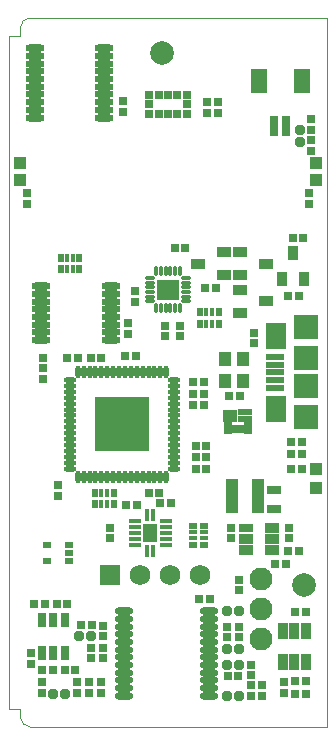
<source format=gbs>
G04*
G04 #@! TF.GenerationSoftware,Altium Limited,Altium Designer,21.0.8 (223)*
G04*
G04 Layer_Color=16711935*
%FSLAX44Y44*%
%MOMM*%
G71*
G04*
G04 #@! TF.SameCoordinates,BC6D3639-D4A0-4107-B96B-A8576DDDF865*
G04*
G04*
G04 #@! TF.FilePolarity,Negative*
G04*
G01*
G75*
%ADD13C,0.1000*%
%ADD37C,2.0000*%
%ADD38R,0.7532X0.7532*%
%ADD39R,1.0032X1.0032*%
%ADD41R,0.7532X0.7532*%
%ADD42R,0.5532X0.6532*%
%ADD43R,0.4532X0.6532*%
%ADD44R,1.1532X0.7532*%
%ADD45R,1.4032X2.0032*%
%ADD46R,0.8032X1.7532*%
%ADD48R,1.2632X0.8532*%
%ADD49R,1.2632X0.8032*%
%ADD50R,1.0032X2.9032*%
%ADD51R,0.7032X0.7032*%
%ADD52C,1.9532*%
%ADD53R,1.7272X1.7272*%
%ADD54C,1.7272*%
G04:AMPARAMS|DCode=105|XSize=0.8032mm|YSize=0.8532mm|CornerRadius=0.1766mm|HoleSize=0mm|Usage=FLASHONLY|Rotation=270.000|XOffset=0mm|YOffset=0mm|HoleType=Round|Shape=RoundedRectangle|*
%AMROUNDEDRECTD105*
21,1,0.8032,0.5000,0,0,270.0*
21,1,0.4500,0.8532,0,0,270.0*
1,1,0.3532,-0.2500,-0.2250*
1,1,0.3532,-0.2500,0.2250*
1,1,0.3532,0.2500,0.2250*
1,1,0.3532,0.2500,-0.2250*
%
%ADD105ROUNDEDRECTD105*%
%ADD106R,1.9032X1.7432*%
%ADD107O,0.4032X0.8032*%
%ADD108O,0.8032X0.4032*%
G04:AMPARAMS|DCode=109|XSize=0.8032mm|YSize=0.8532mm|CornerRadius=0.1766mm|HoleSize=0mm|Usage=FLASHONLY|Rotation=180.000|XOffset=0mm|YOffset=0mm|HoleType=Round|Shape=RoundedRectangle|*
%AMROUNDEDRECTD109*
21,1,0.8032,0.5000,0,0,180.0*
21,1,0.4500,0.8532,0,0,180.0*
1,1,0.3532,-0.2250,0.2500*
1,1,0.3532,0.2250,0.2500*
1,1,0.3532,0.2250,-0.2500*
1,1,0.3532,-0.2250,-0.2500*
%
%ADD109ROUNDEDRECTD109*%
%ADD110O,1.6032X0.6032*%
%ADD111O,1.6032X0.6532*%
%ADD112R,0.8532X1.2632*%
%ADD113R,0.4432X1.1032*%
%ADD114R,1.1032X0.4432*%
%ADD115R,1.2032X1.6032*%
%ADD116R,1.0032X0.7432*%
%ADD117R,0.8032X0.5032*%
%ADD118R,1.2032X0.5032*%
%ADD119R,1.2032X0.6032*%
%ADD120R,1.8032X2.3032*%
%ADD121R,1.5532X0.6032*%
%ADD122R,2.1032X2.0032*%
%ADD123R,2.1032X2.1032*%
%ADD124R,0.8032X1.2532*%
%ADD125R,0.8232X1.4232*%
%ADD126R,0.7032X0.6032*%
%ADD127O,1.0532X0.4532*%
%ADD128O,0.4532X1.0532*%
%ADD129R,4.5532X4.5532*%
%ADD130R,1.1032X1.2032*%
%ADD131R,0.6532X0.4532*%
%ADD132R,0.6532X0.5532*%
D13*
X10000Y8000D02*
G03*
X18000Y0I8000J0D01*
G01*
Y600000D02*
G03*
X10000Y592000I0J-8000D01*
G01*
Y8000D02*
Y15000D01*
X18000Y-0D02*
X270000Y0D01*
X10000Y585000D02*
Y592000D01*
X18000Y600000D02*
X270000D01*
X-0Y585000D02*
X-0Y15000D01*
X0Y585000D02*
X10000D01*
X0Y15000D02*
X10000D01*
X270000Y0D02*
Y330000D01*
Y600000D01*
D37*
X250000Y120000D02*
D03*
X130000Y570000D02*
D03*
D38*
X80000Y85500D02*
D03*
Y76500D02*
D03*
X28000Y37500D02*
D03*
Y28500D02*
D03*
X58000Y37500D02*
D03*
Y28500D02*
D03*
X195000Y124500D02*
D03*
Y115500D02*
D03*
X185000Y84500D02*
D03*
Y75500D02*
D03*
X195000Y84500D02*
D03*
Y75500D02*
D03*
X205000Y43500D02*
D03*
Y52500D02*
D03*
X256000Y487500D02*
D03*
Y496500D02*
D03*
Y514500D02*
D03*
Y505500D02*
D03*
X16000Y442500D02*
D03*
Y451500D02*
D03*
X254000Y442500D02*
D03*
Y451500D02*
D03*
X42000Y195500D02*
D03*
Y204500D02*
D03*
X68000Y37500D02*
D03*
Y28500D02*
D03*
X78000Y37500D02*
D03*
Y28500D02*
D03*
X80000Y58000D02*
D03*
Y67000D02*
D03*
X70000Y58000D02*
D03*
Y67000D02*
D03*
X233000Y28500D02*
D03*
Y37500D02*
D03*
X107000Y368500D02*
D03*
Y359500D02*
D03*
X132000Y339500D02*
D03*
Y330500D02*
D03*
X145000Y339500D02*
D03*
Y330500D02*
D03*
X29000Y294500D02*
D03*
X29000Y303500D02*
D03*
Y312500D02*
D03*
X101000Y332500D02*
D03*
Y341500D02*
D03*
X19060Y53160D02*
D03*
Y62160D02*
D03*
X86000Y159500D02*
D03*
Y168500D02*
D03*
X97000Y529500D02*
D03*
Y520500D02*
D03*
X168000Y528500D02*
D03*
Y519500D02*
D03*
X177000Y528500D02*
D03*
Y519500D02*
D03*
X188000Y159500D02*
D03*
Y168500D02*
D03*
X237000Y168500D02*
D03*
Y159500D02*
D03*
X208000Y324500D02*
D03*
Y333500D02*
D03*
D39*
X260000Y477500D02*
D03*
Y462500D02*
D03*
X10000Y477500D02*
D03*
Y462500D02*
D03*
X260000Y201750D02*
D03*
Y218250D02*
D03*
D41*
X70500Y86000D02*
D03*
X61500D02*
D03*
X161500Y108000D02*
D03*
X170500D02*
D03*
X194500Y43000D02*
D03*
X185500D02*
D03*
X214500Y35000D02*
D03*
X205500D02*
D03*
X214500Y26000D02*
D03*
X205500D02*
D03*
X149500Y405000D02*
D03*
X140500D02*
D03*
X175500Y371000D02*
D03*
X166500D02*
D03*
X245500Y365000D02*
D03*
X236500D02*
D03*
X249500Y414000D02*
D03*
X240500D02*
D03*
X49500Y312000D02*
D03*
X58500D02*
D03*
X78500D02*
D03*
X69500D02*
D03*
X128500Y189000D02*
D03*
X137500D02*
D03*
X108500Y188000D02*
D03*
X99500D02*
D03*
X118500Y198000D02*
D03*
X127500D02*
D03*
X239500Y231000D02*
D03*
X248500D02*
D03*
X239500Y241000D02*
D03*
X248500D02*
D03*
X248500Y218000D02*
D03*
X239500D02*
D03*
X28500Y48000D02*
D03*
X37500D02*
D03*
X56500D02*
D03*
X47500D02*
D03*
X21560Y103660D02*
D03*
X30560D02*
D03*
X40560D02*
D03*
X49560D02*
D03*
X251500Y28000D02*
D03*
X242500D02*
D03*
X242500Y39000D02*
D03*
X251500D02*
D03*
X251500Y97000D02*
D03*
X242500D02*
D03*
X98500Y314000D02*
D03*
X107500D02*
D03*
X156500Y272000D02*
D03*
X165500D02*
D03*
X167500Y218000D02*
D03*
X158500D02*
D03*
X165500Y282000D02*
D03*
X156500D02*
D03*
X156500Y292000D02*
D03*
X165500D02*
D03*
X167500Y238000D02*
D03*
X158500D02*
D03*
X158500Y228000D02*
D03*
X167500D02*
D03*
X236500Y149000D02*
D03*
X245500D02*
D03*
X234500Y138000D02*
D03*
X225500D02*
D03*
X186500Y280000D02*
D03*
X195500D02*
D03*
D42*
X44000Y396750D02*
D03*
Y387250D02*
D03*
X60000Y396750D02*
D03*
Y387250D02*
D03*
X162000Y350750D02*
D03*
Y341250D02*
D03*
X178000Y350750D02*
D03*
Y341250D02*
D03*
X89000Y188250D02*
D03*
Y197750D02*
D03*
X73000Y188250D02*
D03*
Y197750D02*
D03*
D43*
X49500Y387250D02*
D03*
Y396750D02*
D03*
X54500D02*
D03*
Y387250D02*
D03*
X167500Y341250D02*
D03*
Y350750D02*
D03*
X172500D02*
D03*
Y341250D02*
D03*
X83500Y197750D02*
D03*
Y188250D02*
D03*
X78500D02*
D03*
Y197750D02*
D03*
D44*
X225000Y184500D02*
D03*
Y200500D02*
D03*
D45*
X248000Y547000D02*
D03*
X212000D02*
D03*
D46*
X235000Y508250D02*
D03*
X225000D02*
D03*
D48*
X196000Y350500D02*
D03*
Y369500D02*
D03*
X218000Y360000D02*
D03*
X196000Y382500D02*
D03*
Y401500D02*
D03*
X218000Y392000D02*
D03*
X182000Y401500D02*
D03*
Y382500D02*
D03*
X160000Y392000D02*
D03*
X223200Y168579D02*
D03*
Y149579D02*
D03*
X201200D02*
D03*
Y159079D02*
D03*
X223200D02*
D03*
D49*
X201200Y168579D02*
D03*
D50*
X211000Y195000D02*
D03*
X189000D02*
D03*
D51*
X151000Y535000D02*
D03*
X143000D02*
D03*
X119000D02*
D03*
X127000D02*
D03*
X135000D02*
D03*
Y519000D02*
D03*
X127000D02*
D03*
X119000D02*
D03*
X143000D02*
D03*
X151000D02*
D03*
Y527000D02*
D03*
X119000D02*
D03*
D52*
X213310Y74100D02*
D03*
Y124900D02*
D03*
Y99500D02*
D03*
D53*
X85900Y128000D02*
D03*
D54*
X111300D02*
D03*
X136700D02*
D03*
X162100D02*
D03*
D105*
X70000Y77000D02*
D03*
X60000D02*
D03*
X48000Y28000D02*
D03*
X38000D02*
D03*
X195000Y98000D02*
D03*
X185000D02*
D03*
X195000Y66000D02*
D03*
X185000D02*
D03*
X195000Y52000D02*
D03*
X185000D02*
D03*
X195000Y26000D02*
D03*
X185000D02*
D03*
D106*
X135000Y370000D02*
D03*
D107*
X145000Y385500D02*
D03*
X141000D02*
D03*
X137000D02*
D03*
X133000D02*
D03*
X129000D02*
D03*
X125000D02*
D03*
Y354500D02*
D03*
X129000D02*
D03*
X133000D02*
D03*
X137000D02*
D03*
X141000D02*
D03*
X145000D02*
D03*
D108*
X119500Y380000D02*
D03*
Y376000D02*
D03*
Y372000D02*
D03*
Y368000D02*
D03*
Y364000D02*
D03*
Y360000D02*
D03*
X150500D02*
D03*
Y364000D02*
D03*
Y368000D02*
D03*
Y372000D02*
D03*
Y376000D02*
D03*
Y380000D02*
D03*
D109*
X247000Y495000D02*
D03*
Y505000D02*
D03*
D110*
X98000Y26250D02*
D03*
Y32750D02*
D03*
Y39250D02*
D03*
Y45750D02*
D03*
Y52250D02*
D03*
Y58750D02*
D03*
Y65250D02*
D03*
Y71750D02*
D03*
Y78250D02*
D03*
Y84750D02*
D03*
Y91250D02*
D03*
Y97750D02*
D03*
X170000Y26250D02*
D03*
Y32750D02*
D03*
Y39250D02*
D03*
Y45750D02*
D03*
Y52250D02*
D03*
Y58750D02*
D03*
Y65250D02*
D03*
Y71750D02*
D03*
Y78250D02*
D03*
Y84750D02*
D03*
Y91250D02*
D03*
Y97750D02*
D03*
D111*
X86500Y372750D02*
D03*
Y366250D02*
D03*
Y359750D02*
D03*
Y353250D02*
D03*
Y346750D02*
D03*
Y340250D02*
D03*
Y333750D02*
D03*
Y327250D02*
D03*
X27500Y372750D02*
D03*
Y366250D02*
D03*
Y359750D02*
D03*
Y353250D02*
D03*
Y346750D02*
D03*
Y340250D02*
D03*
Y333750D02*
D03*
Y327250D02*
D03*
X81000Y574250D02*
D03*
Y567750D02*
D03*
Y561250D02*
D03*
Y554750D02*
D03*
Y548250D02*
D03*
Y541750D02*
D03*
Y535250D02*
D03*
Y528750D02*
D03*
Y522250D02*
D03*
Y515750D02*
D03*
X22000Y574250D02*
D03*
Y567750D02*
D03*
Y561250D02*
D03*
Y554750D02*
D03*
Y548250D02*
D03*
Y541750D02*
D03*
Y535250D02*
D03*
Y528750D02*
D03*
Y522250D02*
D03*
Y515750D02*
D03*
D112*
X250500Y379000D02*
D03*
X231500D02*
D03*
X241000Y401000D02*
D03*
D113*
X122500Y148500D02*
D03*
X117500D02*
D03*
X122500Y179500D02*
D03*
X117500D02*
D03*
D114*
X107000Y174000D02*
D03*
Y169000D02*
D03*
Y159000D02*
D03*
Y154000D02*
D03*
X133000D02*
D03*
Y159000D02*
D03*
Y174000D02*
D03*
Y169000D02*
D03*
Y164000D02*
D03*
X107000D02*
D03*
D115*
X120000D02*
D03*
D116*
X194000Y251700D02*
D03*
D117*
X202500Y250500D02*
D03*
Y255500D02*
D03*
X185500Y250500D02*
D03*
Y255500D02*
D03*
D118*
X200500Y260500D02*
D03*
X187500Y265500D02*
D03*
Y260500D02*
D03*
D119*
X200500Y266000D02*
D03*
D120*
X226500Y269000D02*
D03*
Y331000D02*
D03*
D121*
X225250Y287000D02*
D03*
Y293500D02*
D03*
Y313000D02*
D03*
Y306500D02*
D03*
Y300000D02*
D03*
D122*
X252000Y338000D02*
D03*
Y262000D02*
D03*
D123*
Y312000D02*
D03*
Y288000D02*
D03*
D124*
X28500Y62000D02*
D03*
X38000D02*
D03*
X47500D02*
D03*
Y90500D02*
D03*
X38000D02*
D03*
X28500D02*
D03*
D125*
X232500Y81100D02*
D03*
Y54900D02*
D03*
X251500D02*
D03*
Y81100D02*
D03*
X242000Y54900D02*
D03*
Y81100D02*
D03*
D126*
X51500Y147000D02*
D03*
Y140500D02*
D03*
Y153500D02*
D03*
X32500D02*
D03*
Y140500D02*
D03*
D127*
X140250Y293500D02*
D03*
Y288500D02*
D03*
Y283500D02*
D03*
Y278500D02*
D03*
Y273500D02*
D03*
Y268500D02*
D03*
Y263500D02*
D03*
Y258500D02*
D03*
Y253500D02*
D03*
Y248500D02*
D03*
Y243500D02*
D03*
Y238500D02*
D03*
Y233500D02*
D03*
Y228500D02*
D03*
Y223500D02*
D03*
Y218500D02*
D03*
X51750D02*
D03*
Y223500D02*
D03*
Y228500D02*
D03*
Y233500D02*
D03*
Y238500D02*
D03*
Y243500D02*
D03*
Y248500D02*
D03*
Y253500D02*
D03*
Y258500D02*
D03*
Y263500D02*
D03*
Y268500D02*
D03*
Y273500D02*
D03*
Y278500D02*
D03*
Y283500D02*
D03*
Y288500D02*
D03*
Y293500D02*
D03*
D128*
X133500Y211750D02*
D03*
X128500D02*
D03*
X123500D02*
D03*
X118500D02*
D03*
X113500D02*
D03*
X108500D02*
D03*
X103500D02*
D03*
X98500D02*
D03*
X93500D02*
D03*
X88500D02*
D03*
X83500D02*
D03*
X78500D02*
D03*
X73500D02*
D03*
X68500D02*
D03*
X63500D02*
D03*
X58500D02*
D03*
Y300250D02*
D03*
X63500D02*
D03*
X68500D02*
D03*
X73500D02*
D03*
X78500D02*
D03*
X83500D02*
D03*
X88500D02*
D03*
X93500D02*
D03*
X98500D02*
D03*
X103500D02*
D03*
X108500D02*
D03*
X113500D02*
D03*
X118500D02*
D03*
X123500D02*
D03*
X128500D02*
D03*
X133500D02*
D03*
D129*
X96000Y256000D02*
D03*
D130*
X183250Y311250D02*
D03*
Y292750D02*
D03*
X198750Y311250D02*
D03*
Y292750D02*
D03*
D131*
X165750Y164500D02*
D03*
X156250D02*
D03*
Y159500D02*
D03*
X165750D02*
D03*
D132*
Y170000D02*
D03*
X156250D02*
D03*
X165750Y154000D02*
D03*
X156250D02*
D03*
M02*

</source>
